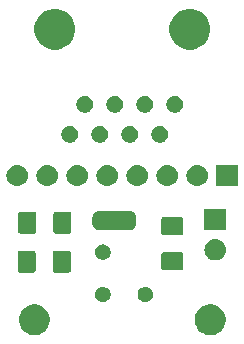
<source format=gbr>
G04 #@! TF.GenerationSoftware,KiCad,Pcbnew,(5.1.4)-1*
G04 #@! TF.CreationDate,2022-11-30T15:04:29+00:00*
G04 #@! TF.ProjectId,PIR_Board,5049525f-426f-4617-9264-2e6b69636164,rev?*
G04 #@! TF.SameCoordinates,Original*
G04 #@! TF.FileFunction,Soldermask,Bot*
G04 #@! TF.FilePolarity,Negative*
%FSLAX46Y46*%
G04 Gerber Fmt 4.6, Leading zero omitted, Abs format (unit mm)*
G04 Created by KiCad (PCBNEW (5.1.4)-1) date 2022-11-30 15:04:29*
%MOMM*%
%LPD*%
G04 APERTURE LIST*
%ADD10C,0.100000*%
G04 APERTURE END LIST*
D10*
G36*
X65339987Y-85903996D02*
G01*
X65576753Y-86002068D01*
X65576755Y-86002069D01*
X65777118Y-86135947D01*
X65789839Y-86144447D01*
X65971053Y-86325661D01*
X66113432Y-86538747D01*
X66211504Y-86775513D01*
X66261500Y-87026861D01*
X66261500Y-87283139D01*
X66211504Y-87534487D01*
X66116953Y-87762753D01*
X66113431Y-87771255D01*
X65971053Y-87984339D01*
X65789839Y-88165553D01*
X65576755Y-88307931D01*
X65576754Y-88307932D01*
X65576753Y-88307932D01*
X65339987Y-88406004D01*
X65088639Y-88456000D01*
X64832361Y-88456000D01*
X64581013Y-88406004D01*
X64344247Y-88307932D01*
X64344246Y-88307932D01*
X64344245Y-88307931D01*
X64131161Y-88165553D01*
X63949947Y-87984339D01*
X63807569Y-87771255D01*
X63804047Y-87762753D01*
X63709496Y-87534487D01*
X63659500Y-87283139D01*
X63659500Y-87026861D01*
X63709496Y-86775513D01*
X63807568Y-86538747D01*
X63949947Y-86325661D01*
X64131161Y-86144447D01*
X64143882Y-86135947D01*
X64344245Y-86002069D01*
X64344247Y-86002068D01*
X64581013Y-85903996D01*
X64832361Y-85854000D01*
X65088639Y-85854000D01*
X65339987Y-85903996D01*
X65339987Y-85903996D01*
G37*
G36*
X80228987Y-85895496D02*
G01*
X80465753Y-85993568D01*
X80465755Y-85993569D01*
X80678839Y-86135947D01*
X80860053Y-86317161D01*
X80865733Y-86325661D01*
X81002432Y-86530247D01*
X81100504Y-86767013D01*
X81150500Y-87018361D01*
X81150500Y-87274639D01*
X81100504Y-87525987D01*
X81002432Y-87762753D01*
X81002431Y-87762755D01*
X80860053Y-87975839D01*
X80678839Y-88157053D01*
X80465755Y-88299431D01*
X80465754Y-88299432D01*
X80465753Y-88299432D01*
X80228987Y-88397504D01*
X79977639Y-88447500D01*
X79721361Y-88447500D01*
X79470013Y-88397504D01*
X79233247Y-88299432D01*
X79233246Y-88299432D01*
X79233245Y-88299431D01*
X79020161Y-88157053D01*
X78838947Y-87975839D01*
X78696569Y-87762755D01*
X78696568Y-87762753D01*
X78598496Y-87525987D01*
X78548500Y-87274639D01*
X78548500Y-87018361D01*
X78598496Y-86767013D01*
X78696568Y-86530247D01*
X78833268Y-86325661D01*
X78838947Y-86317161D01*
X79020161Y-86135947D01*
X79233245Y-85993569D01*
X79233247Y-85993568D01*
X79470013Y-85895496D01*
X79721361Y-85845500D01*
X79977639Y-85845500D01*
X80228987Y-85895496D01*
X80228987Y-85895496D01*
G37*
G36*
X74538890Y-84373017D02*
G01*
X74657364Y-84422091D01*
X74763988Y-84493335D01*
X74854665Y-84584012D01*
X74925909Y-84690636D01*
X74974983Y-84809110D01*
X75000000Y-84934882D01*
X75000000Y-85063118D01*
X74974983Y-85188890D01*
X74925909Y-85307364D01*
X74854665Y-85413988D01*
X74763988Y-85504665D01*
X74657364Y-85575909D01*
X74657363Y-85575910D01*
X74657362Y-85575910D01*
X74538890Y-85624983D01*
X74413119Y-85650000D01*
X74284881Y-85650000D01*
X74159110Y-85624983D01*
X74040638Y-85575910D01*
X74040637Y-85575910D01*
X74040636Y-85575909D01*
X73934012Y-85504665D01*
X73843335Y-85413988D01*
X73772091Y-85307364D01*
X73723017Y-85188890D01*
X73698000Y-85063118D01*
X73698000Y-84934882D01*
X73723017Y-84809110D01*
X73772091Y-84690636D01*
X73843335Y-84584012D01*
X73934012Y-84493335D01*
X74040636Y-84422091D01*
X74159110Y-84373017D01*
X74284881Y-84348000D01*
X74413119Y-84348000D01*
X74538890Y-84373017D01*
X74538890Y-84373017D01*
G37*
G36*
X70946890Y-84373017D02*
G01*
X71065364Y-84422091D01*
X71171988Y-84493335D01*
X71262665Y-84584012D01*
X71333909Y-84690636D01*
X71382983Y-84809110D01*
X71408000Y-84934882D01*
X71408000Y-85063118D01*
X71382983Y-85188890D01*
X71333909Y-85307364D01*
X71262665Y-85413988D01*
X71171988Y-85504665D01*
X71065364Y-85575909D01*
X71065363Y-85575910D01*
X71065362Y-85575910D01*
X70946890Y-85624983D01*
X70821119Y-85650000D01*
X70692881Y-85650000D01*
X70567110Y-85624983D01*
X70448638Y-85575910D01*
X70448637Y-85575910D01*
X70448636Y-85575909D01*
X70342012Y-85504665D01*
X70251335Y-85413988D01*
X70180091Y-85307364D01*
X70131017Y-85188890D01*
X70106000Y-85063118D01*
X70106000Y-84934882D01*
X70131017Y-84809110D01*
X70180091Y-84690636D01*
X70251335Y-84584012D01*
X70342012Y-84493335D01*
X70448636Y-84422091D01*
X70567110Y-84373017D01*
X70692881Y-84348000D01*
X70821119Y-84348000D01*
X70946890Y-84373017D01*
X70946890Y-84373017D01*
G37*
G36*
X64911562Y-81310681D02*
G01*
X64946481Y-81321274D01*
X64978663Y-81338476D01*
X65006873Y-81361627D01*
X65030024Y-81389837D01*
X65047226Y-81422019D01*
X65057819Y-81456938D01*
X65062000Y-81499395D01*
X65062000Y-82965605D01*
X65057819Y-83008062D01*
X65047226Y-83042981D01*
X65030024Y-83075163D01*
X65006873Y-83103373D01*
X64978663Y-83126524D01*
X64946481Y-83143726D01*
X64911562Y-83154319D01*
X64869105Y-83158500D01*
X63727895Y-83158500D01*
X63685438Y-83154319D01*
X63650519Y-83143726D01*
X63618337Y-83126524D01*
X63590127Y-83103373D01*
X63566976Y-83075163D01*
X63549774Y-83042981D01*
X63539181Y-83008062D01*
X63535000Y-82965605D01*
X63535000Y-81499395D01*
X63539181Y-81456938D01*
X63549774Y-81422019D01*
X63566976Y-81389837D01*
X63590127Y-81361627D01*
X63618337Y-81338476D01*
X63650519Y-81321274D01*
X63685438Y-81310681D01*
X63727895Y-81306500D01*
X64869105Y-81306500D01*
X64911562Y-81310681D01*
X64911562Y-81310681D01*
G37*
G36*
X67886562Y-81310681D02*
G01*
X67921481Y-81321274D01*
X67953663Y-81338476D01*
X67981873Y-81361627D01*
X68005024Y-81389837D01*
X68022226Y-81422019D01*
X68032819Y-81456938D01*
X68037000Y-81499395D01*
X68037000Y-82965605D01*
X68032819Y-83008062D01*
X68022226Y-83042981D01*
X68005024Y-83075163D01*
X67981873Y-83103373D01*
X67953663Y-83126524D01*
X67921481Y-83143726D01*
X67886562Y-83154319D01*
X67844105Y-83158500D01*
X66702895Y-83158500D01*
X66660438Y-83154319D01*
X66625519Y-83143726D01*
X66593337Y-83126524D01*
X66565127Y-83103373D01*
X66541976Y-83075163D01*
X66524774Y-83042981D01*
X66514181Y-83008062D01*
X66510000Y-82965605D01*
X66510000Y-81499395D01*
X66514181Y-81456938D01*
X66524774Y-81422019D01*
X66541976Y-81389837D01*
X66565127Y-81361627D01*
X66593337Y-81338476D01*
X66625519Y-81321274D01*
X66660438Y-81310681D01*
X66702895Y-81306500D01*
X67844105Y-81306500D01*
X67886562Y-81310681D01*
X67886562Y-81310681D01*
G37*
G36*
X77420062Y-81436681D02*
G01*
X77454981Y-81447274D01*
X77487163Y-81464476D01*
X77515373Y-81487627D01*
X77538524Y-81515837D01*
X77555726Y-81548019D01*
X77566319Y-81582938D01*
X77570500Y-81625395D01*
X77570500Y-82766605D01*
X77566319Y-82809062D01*
X77555726Y-82843981D01*
X77538524Y-82876163D01*
X77515373Y-82904373D01*
X77487163Y-82927524D01*
X77454981Y-82944726D01*
X77420062Y-82955319D01*
X77377605Y-82959500D01*
X75911395Y-82959500D01*
X75868938Y-82955319D01*
X75834019Y-82944726D01*
X75801837Y-82927524D01*
X75773627Y-82904373D01*
X75750476Y-82876163D01*
X75733274Y-82843981D01*
X75722681Y-82809062D01*
X75718500Y-82766605D01*
X75718500Y-81625395D01*
X75722681Y-81582938D01*
X75733274Y-81548019D01*
X75750476Y-81515837D01*
X75773627Y-81487627D01*
X75801837Y-81464476D01*
X75834019Y-81447274D01*
X75868938Y-81436681D01*
X75911395Y-81432500D01*
X77377605Y-81432500D01*
X77420062Y-81436681D01*
X77420062Y-81436681D01*
G37*
G36*
X80374442Y-80322018D02*
G01*
X80440627Y-80328537D01*
X80610466Y-80380057D01*
X80766991Y-80463722D01*
X80802729Y-80493052D01*
X80904186Y-80576314D01*
X80987448Y-80677771D01*
X81016778Y-80713509D01*
X81100443Y-80870034D01*
X81151963Y-81039873D01*
X81169359Y-81216500D01*
X81151963Y-81393127D01*
X81100443Y-81562966D01*
X81016778Y-81719491D01*
X80987448Y-81755229D01*
X80904186Y-81856686D01*
X80835974Y-81912665D01*
X80766991Y-81969278D01*
X80610466Y-82052943D01*
X80440627Y-82104463D01*
X80374442Y-82110982D01*
X80308260Y-82117500D01*
X80219740Y-82117500D01*
X80153558Y-82110982D01*
X80087373Y-82104463D01*
X79917534Y-82052943D01*
X79761009Y-81969278D01*
X79692026Y-81912665D01*
X79623814Y-81856686D01*
X79540552Y-81755229D01*
X79511222Y-81719491D01*
X79427557Y-81562966D01*
X79376037Y-81393127D01*
X79358641Y-81216500D01*
X79376037Y-81039873D01*
X79427557Y-80870034D01*
X79511222Y-80713509D01*
X79540552Y-80677771D01*
X79623814Y-80576314D01*
X79725271Y-80493052D01*
X79761009Y-80463722D01*
X79917534Y-80380057D01*
X80087373Y-80328537D01*
X80153558Y-80322018D01*
X80219740Y-80315500D01*
X80308260Y-80315500D01*
X80374442Y-80322018D01*
X80374442Y-80322018D01*
G37*
G36*
X70946890Y-80781017D02*
G01*
X71065364Y-80830091D01*
X71125140Y-80870032D01*
X71171988Y-80901335D01*
X71262665Y-80992012D01*
X71333910Y-81098638D01*
X71382983Y-81217110D01*
X71408000Y-81342881D01*
X71408000Y-81471119D01*
X71382983Y-81596890D01*
X71340110Y-81700395D01*
X71333909Y-81715364D01*
X71262665Y-81821988D01*
X71171988Y-81912665D01*
X71065364Y-81983909D01*
X71065363Y-81983910D01*
X71065362Y-81983910D01*
X70946890Y-82032983D01*
X70821119Y-82058000D01*
X70692881Y-82058000D01*
X70567110Y-82032983D01*
X70448638Y-81983910D01*
X70448637Y-81983910D01*
X70448636Y-81983909D01*
X70342012Y-81912665D01*
X70251335Y-81821988D01*
X70180091Y-81715364D01*
X70173891Y-81700395D01*
X70131017Y-81596890D01*
X70106000Y-81471119D01*
X70106000Y-81342881D01*
X70131017Y-81217110D01*
X70180090Y-81098638D01*
X70251335Y-80992012D01*
X70342012Y-80901335D01*
X70388860Y-80870032D01*
X70448636Y-80830091D01*
X70567110Y-80781017D01*
X70692881Y-80756000D01*
X70821119Y-80756000D01*
X70946890Y-80781017D01*
X70946890Y-80781017D01*
G37*
G36*
X77420062Y-78461681D02*
G01*
X77454981Y-78472274D01*
X77487163Y-78489476D01*
X77515373Y-78512627D01*
X77538524Y-78540837D01*
X77555726Y-78573019D01*
X77566319Y-78607938D01*
X77570500Y-78650395D01*
X77570500Y-79791605D01*
X77566319Y-79834062D01*
X77555726Y-79868981D01*
X77538524Y-79901163D01*
X77515373Y-79929373D01*
X77487163Y-79952524D01*
X77454981Y-79969726D01*
X77420062Y-79980319D01*
X77377605Y-79984500D01*
X75911395Y-79984500D01*
X75868938Y-79980319D01*
X75834019Y-79969726D01*
X75801837Y-79952524D01*
X75773627Y-79929373D01*
X75750476Y-79901163D01*
X75733274Y-79868981D01*
X75722681Y-79834062D01*
X75718500Y-79791605D01*
X75718500Y-78650395D01*
X75722681Y-78607938D01*
X75733274Y-78573019D01*
X75750476Y-78540837D01*
X75773627Y-78512627D01*
X75801837Y-78489476D01*
X75834019Y-78472274D01*
X75868938Y-78461681D01*
X75911395Y-78457500D01*
X77377605Y-78457500D01*
X77420062Y-78461681D01*
X77420062Y-78461681D01*
G37*
G36*
X67950062Y-78008681D02*
G01*
X67984981Y-78019274D01*
X68017163Y-78036476D01*
X68045373Y-78059627D01*
X68068524Y-78087837D01*
X68085726Y-78120019D01*
X68096319Y-78154938D01*
X68100500Y-78197395D01*
X68100500Y-79663605D01*
X68096319Y-79706062D01*
X68085726Y-79740981D01*
X68068524Y-79773163D01*
X68045373Y-79801373D01*
X68017163Y-79824524D01*
X67984981Y-79841726D01*
X67950062Y-79852319D01*
X67907605Y-79856500D01*
X66766395Y-79856500D01*
X66723938Y-79852319D01*
X66689019Y-79841726D01*
X66656837Y-79824524D01*
X66628627Y-79801373D01*
X66605476Y-79773163D01*
X66588274Y-79740981D01*
X66577681Y-79706062D01*
X66573500Y-79663605D01*
X66573500Y-78197395D01*
X66577681Y-78154938D01*
X66588274Y-78120019D01*
X66605476Y-78087837D01*
X66628627Y-78059627D01*
X66656837Y-78036476D01*
X66689019Y-78019274D01*
X66723938Y-78008681D01*
X66766395Y-78004500D01*
X67907605Y-78004500D01*
X67950062Y-78008681D01*
X67950062Y-78008681D01*
G37*
G36*
X64975062Y-78008681D02*
G01*
X65009981Y-78019274D01*
X65042163Y-78036476D01*
X65070373Y-78059627D01*
X65093524Y-78087837D01*
X65110726Y-78120019D01*
X65121319Y-78154938D01*
X65125500Y-78197395D01*
X65125500Y-79663605D01*
X65121319Y-79706062D01*
X65110726Y-79740981D01*
X65093524Y-79773163D01*
X65070373Y-79801373D01*
X65042163Y-79824524D01*
X65009981Y-79841726D01*
X64975062Y-79852319D01*
X64932605Y-79856500D01*
X63791395Y-79856500D01*
X63748938Y-79852319D01*
X63714019Y-79841726D01*
X63681837Y-79824524D01*
X63653627Y-79801373D01*
X63630476Y-79773163D01*
X63613274Y-79740981D01*
X63602681Y-79706062D01*
X63598500Y-79663605D01*
X63598500Y-78197395D01*
X63602681Y-78154938D01*
X63613274Y-78120019D01*
X63630476Y-78087837D01*
X63653627Y-78059627D01*
X63681837Y-78036476D01*
X63714019Y-78019274D01*
X63748938Y-78008681D01*
X63791395Y-78004500D01*
X64932605Y-78004500D01*
X64975062Y-78008681D01*
X64975062Y-78008681D01*
G37*
G36*
X81165000Y-79577500D02*
G01*
X79363000Y-79577500D01*
X79363000Y-77775500D01*
X81165000Y-77775500D01*
X81165000Y-79577500D01*
X81165000Y-79577500D01*
G37*
G36*
X70984999Y-77939737D02*
G01*
X70999528Y-77944145D01*
X71012711Y-77949606D01*
X71036745Y-77954388D01*
X71061249Y-77954389D01*
X71085282Y-77949609D01*
X71107921Y-77940232D01*
X71109765Y-77939000D01*
X72341050Y-77939000D01*
X72353164Y-77945475D01*
X72376613Y-77952588D01*
X72400999Y-77954990D01*
X72425385Y-77952588D01*
X72448834Y-77945475D01*
X72453746Y-77943152D01*
X72465001Y-77939737D01*
X72481140Y-77938148D01*
X73018861Y-77938148D01*
X73037199Y-77939954D01*
X73049450Y-77940556D01*
X73067869Y-77940556D01*
X73090149Y-77942750D01*
X73174233Y-77959476D01*
X73195660Y-77965976D01*
X73274858Y-77998780D01*
X73280303Y-78001691D01*
X73280309Y-78001693D01*
X73289169Y-78006429D01*
X73289173Y-78006432D01*
X73294614Y-78009340D01*
X73365899Y-78056971D01*
X73383204Y-78071172D01*
X73443828Y-78131796D01*
X73458029Y-78149101D01*
X73505660Y-78220386D01*
X73508568Y-78225827D01*
X73508571Y-78225831D01*
X73513307Y-78234691D01*
X73513309Y-78234697D01*
X73516220Y-78240142D01*
X73549024Y-78319340D01*
X73555524Y-78340767D01*
X73572250Y-78424851D01*
X73574444Y-78447131D01*
X73574444Y-78465550D01*
X73575046Y-78477801D01*
X73576852Y-78496139D01*
X73576852Y-78983862D01*
X73575046Y-79002199D01*
X73574444Y-79014450D01*
X73574444Y-79032869D01*
X73572250Y-79055149D01*
X73555524Y-79139233D01*
X73549024Y-79160660D01*
X73516220Y-79239858D01*
X73513309Y-79245303D01*
X73513307Y-79245309D01*
X73508571Y-79254169D01*
X73508568Y-79254173D01*
X73505660Y-79259614D01*
X73458029Y-79330899D01*
X73443828Y-79348204D01*
X73383204Y-79408828D01*
X73365899Y-79423029D01*
X73294614Y-79470660D01*
X73289173Y-79473568D01*
X73289169Y-79473571D01*
X73280309Y-79478307D01*
X73280303Y-79478309D01*
X73274858Y-79481220D01*
X73195660Y-79514024D01*
X73174233Y-79520524D01*
X73090149Y-79537250D01*
X73067869Y-79539444D01*
X73049450Y-79539444D01*
X73037199Y-79540046D01*
X73018862Y-79541852D01*
X72481140Y-79541852D01*
X72465001Y-79540263D01*
X72450472Y-79535855D01*
X72437289Y-79530394D01*
X72413255Y-79525612D01*
X72388751Y-79525611D01*
X72364718Y-79530391D01*
X72342079Y-79539768D01*
X72340235Y-79541000D01*
X71108950Y-79541000D01*
X71096836Y-79534525D01*
X71073387Y-79527412D01*
X71049001Y-79525010D01*
X71024615Y-79527412D01*
X71001166Y-79534525D01*
X70996254Y-79536848D01*
X70984999Y-79540263D01*
X70968860Y-79541852D01*
X70431138Y-79541852D01*
X70412801Y-79540046D01*
X70400550Y-79539444D01*
X70382131Y-79539444D01*
X70359851Y-79537250D01*
X70275767Y-79520524D01*
X70254340Y-79514024D01*
X70175142Y-79481220D01*
X70169697Y-79478309D01*
X70169691Y-79478307D01*
X70160831Y-79473571D01*
X70160827Y-79473568D01*
X70155386Y-79470660D01*
X70084101Y-79423029D01*
X70066796Y-79408828D01*
X70006172Y-79348204D01*
X69991971Y-79330899D01*
X69944340Y-79259614D01*
X69941432Y-79254173D01*
X69941429Y-79254169D01*
X69936693Y-79245309D01*
X69936691Y-79245303D01*
X69933780Y-79239858D01*
X69900976Y-79160660D01*
X69894476Y-79139233D01*
X69877750Y-79055149D01*
X69875556Y-79032869D01*
X69875556Y-79014450D01*
X69874954Y-79002199D01*
X69873148Y-78983862D01*
X69873148Y-78496139D01*
X69874954Y-78477801D01*
X69875556Y-78465550D01*
X69875556Y-78447131D01*
X69877750Y-78424851D01*
X69894476Y-78340767D01*
X69900976Y-78319340D01*
X69933780Y-78240142D01*
X69936691Y-78234697D01*
X69936693Y-78234691D01*
X69941429Y-78225831D01*
X69941432Y-78225827D01*
X69944340Y-78220386D01*
X69991971Y-78149101D01*
X70006172Y-78131796D01*
X70066796Y-78071172D01*
X70084101Y-78056971D01*
X70155386Y-78009340D01*
X70160827Y-78006432D01*
X70160831Y-78006429D01*
X70169691Y-78001693D01*
X70169697Y-78001691D01*
X70175142Y-77998780D01*
X70254340Y-77965976D01*
X70275767Y-77959476D01*
X70359851Y-77942750D01*
X70382131Y-77940556D01*
X70400550Y-77940556D01*
X70412801Y-77939954D01*
X70431139Y-77938148D01*
X70968860Y-77938148D01*
X70984999Y-77939737D01*
X70984999Y-77939737D01*
G37*
G36*
X66150442Y-74035518D02*
G01*
X66216627Y-74042037D01*
X66386466Y-74093557D01*
X66542991Y-74177222D01*
X66578729Y-74206552D01*
X66680186Y-74289814D01*
X66763448Y-74391271D01*
X66792778Y-74427009D01*
X66876443Y-74583534D01*
X66927963Y-74753373D01*
X66945359Y-74930000D01*
X66927963Y-75106627D01*
X66876443Y-75276466D01*
X66792778Y-75432991D01*
X66763448Y-75468729D01*
X66680186Y-75570186D01*
X66578729Y-75653448D01*
X66542991Y-75682778D01*
X66386466Y-75766443D01*
X66216627Y-75817963D01*
X66150442Y-75824482D01*
X66084260Y-75831000D01*
X65995740Y-75831000D01*
X65929558Y-75824482D01*
X65863373Y-75817963D01*
X65693534Y-75766443D01*
X65537009Y-75682778D01*
X65501271Y-75653448D01*
X65399814Y-75570186D01*
X65316552Y-75468729D01*
X65287222Y-75432991D01*
X65203557Y-75276466D01*
X65152037Y-75106627D01*
X65134641Y-74930000D01*
X65152037Y-74753373D01*
X65203557Y-74583534D01*
X65287222Y-74427009D01*
X65316552Y-74391271D01*
X65399814Y-74289814D01*
X65501271Y-74206552D01*
X65537009Y-74177222D01*
X65693534Y-74093557D01*
X65863373Y-74042037D01*
X65929558Y-74035518D01*
X65995740Y-74029000D01*
X66084260Y-74029000D01*
X66150442Y-74035518D01*
X66150442Y-74035518D01*
G37*
G36*
X82181000Y-75831000D02*
G01*
X80379000Y-75831000D01*
X80379000Y-74029000D01*
X82181000Y-74029000D01*
X82181000Y-75831000D01*
X82181000Y-75831000D01*
G37*
G36*
X78850442Y-74035518D02*
G01*
X78916627Y-74042037D01*
X79086466Y-74093557D01*
X79242991Y-74177222D01*
X79278729Y-74206552D01*
X79380186Y-74289814D01*
X79463448Y-74391271D01*
X79492778Y-74427009D01*
X79576443Y-74583534D01*
X79627963Y-74753373D01*
X79645359Y-74930000D01*
X79627963Y-75106627D01*
X79576443Y-75276466D01*
X79492778Y-75432991D01*
X79463448Y-75468729D01*
X79380186Y-75570186D01*
X79278729Y-75653448D01*
X79242991Y-75682778D01*
X79086466Y-75766443D01*
X78916627Y-75817963D01*
X78850442Y-75824482D01*
X78784260Y-75831000D01*
X78695740Y-75831000D01*
X78629558Y-75824482D01*
X78563373Y-75817963D01*
X78393534Y-75766443D01*
X78237009Y-75682778D01*
X78201271Y-75653448D01*
X78099814Y-75570186D01*
X78016552Y-75468729D01*
X77987222Y-75432991D01*
X77903557Y-75276466D01*
X77852037Y-75106627D01*
X77834641Y-74930000D01*
X77852037Y-74753373D01*
X77903557Y-74583534D01*
X77987222Y-74427009D01*
X78016552Y-74391271D01*
X78099814Y-74289814D01*
X78201271Y-74206552D01*
X78237009Y-74177222D01*
X78393534Y-74093557D01*
X78563373Y-74042037D01*
X78629558Y-74035518D01*
X78695740Y-74029000D01*
X78784260Y-74029000D01*
X78850442Y-74035518D01*
X78850442Y-74035518D01*
G37*
G36*
X76310442Y-74035518D02*
G01*
X76376627Y-74042037D01*
X76546466Y-74093557D01*
X76702991Y-74177222D01*
X76738729Y-74206552D01*
X76840186Y-74289814D01*
X76923448Y-74391271D01*
X76952778Y-74427009D01*
X77036443Y-74583534D01*
X77087963Y-74753373D01*
X77105359Y-74930000D01*
X77087963Y-75106627D01*
X77036443Y-75276466D01*
X76952778Y-75432991D01*
X76923448Y-75468729D01*
X76840186Y-75570186D01*
X76738729Y-75653448D01*
X76702991Y-75682778D01*
X76546466Y-75766443D01*
X76376627Y-75817963D01*
X76310442Y-75824482D01*
X76244260Y-75831000D01*
X76155740Y-75831000D01*
X76089558Y-75824482D01*
X76023373Y-75817963D01*
X75853534Y-75766443D01*
X75697009Y-75682778D01*
X75661271Y-75653448D01*
X75559814Y-75570186D01*
X75476552Y-75468729D01*
X75447222Y-75432991D01*
X75363557Y-75276466D01*
X75312037Y-75106627D01*
X75294641Y-74930000D01*
X75312037Y-74753373D01*
X75363557Y-74583534D01*
X75447222Y-74427009D01*
X75476552Y-74391271D01*
X75559814Y-74289814D01*
X75661271Y-74206552D01*
X75697009Y-74177222D01*
X75853534Y-74093557D01*
X76023373Y-74042037D01*
X76089558Y-74035518D01*
X76155740Y-74029000D01*
X76244260Y-74029000D01*
X76310442Y-74035518D01*
X76310442Y-74035518D01*
G37*
G36*
X73770442Y-74035518D02*
G01*
X73836627Y-74042037D01*
X74006466Y-74093557D01*
X74162991Y-74177222D01*
X74198729Y-74206552D01*
X74300186Y-74289814D01*
X74383448Y-74391271D01*
X74412778Y-74427009D01*
X74496443Y-74583534D01*
X74547963Y-74753373D01*
X74565359Y-74930000D01*
X74547963Y-75106627D01*
X74496443Y-75276466D01*
X74412778Y-75432991D01*
X74383448Y-75468729D01*
X74300186Y-75570186D01*
X74198729Y-75653448D01*
X74162991Y-75682778D01*
X74006466Y-75766443D01*
X73836627Y-75817963D01*
X73770442Y-75824482D01*
X73704260Y-75831000D01*
X73615740Y-75831000D01*
X73549558Y-75824482D01*
X73483373Y-75817963D01*
X73313534Y-75766443D01*
X73157009Y-75682778D01*
X73121271Y-75653448D01*
X73019814Y-75570186D01*
X72936552Y-75468729D01*
X72907222Y-75432991D01*
X72823557Y-75276466D01*
X72772037Y-75106627D01*
X72754641Y-74930000D01*
X72772037Y-74753373D01*
X72823557Y-74583534D01*
X72907222Y-74427009D01*
X72936552Y-74391271D01*
X73019814Y-74289814D01*
X73121271Y-74206552D01*
X73157009Y-74177222D01*
X73313534Y-74093557D01*
X73483373Y-74042037D01*
X73549558Y-74035518D01*
X73615740Y-74029000D01*
X73704260Y-74029000D01*
X73770442Y-74035518D01*
X73770442Y-74035518D01*
G37*
G36*
X71230442Y-74035518D02*
G01*
X71296627Y-74042037D01*
X71466466Y-74093557D01*
X71622991Y-74177222D01*
X71658729Y-74206552D01*
X71760186Y-74289814D01*
X71843448Y-74391271D01*
X71872778Y-74427009D01*
X71956443Y-74583534D01*
X72007963Y-74753373D01*
X72025359Y-74930000D01*
X72007963Y-75106627D01*
X71956443Y-75276466D01*
X71872778Y-75432991D01*
X71843448Y-75468729D01*
X71760186Y-75570186D01*
X71658729Y-75653448D01*
X71622991Y-75682778D01*
X71466466Y-75766443D01*
X71296627Y-75817963D01*
X71230442Y-75824482D01*
X71164260Y-75831000D01*
X71075740Y-75831000D01*
X71009558Y-75824482D01*
X70943373Y-75817963D01*
X70773534Y-75766443D01*
X70617009Y-75682778D01*
X70581271Y-75653448D01*
X70479814Y-75570186D01*
X70396552Y-75468729D01*
X70367222Y-75432991D01*
X70283557Y-75276466D01*
X70232037Y-75106627D01*
X70214641Y-74930000D01*
X70232037Y-74753373D01*
X70283557Y-74583534D01*
X70367222Y-74427009D01*
X70396552Y-74391271D01*
X70479814Y-74289814D01*
X70581271Y-74206552D01*
X70617009Y-74177222D01*
X70773534Y-74093557D01*
X70943373Y-74042037D01*
X71009558Y-74035518D01*
X71075740Y-74029000D01*
X71164260Y-74029000D01*
X71230442Y-74035518D01*
X71230442Y-74035518D01*
G37*
G36*
X68690442Y-74035518D02*
G01*
X68756627Y-74042037D01*
X68926466Y-74093557D01*
X69082991Y-74177222D01*
X69118729Y-74206552D01*
X69220186Y-74289814D01*
X69303448Y-74391271D01*
X69332778Y-74427009D01*
X69416443Y-74583534D01*
X69467963Y-74753373D01*
X69485359Y-74930000D01*
X69467963Y-75106627D01*
X69416443Y-75276466D01*
X69332778Y-75432991D01*
X69303448Y-75468729D01*
X69220186Y-75570186D01*
X69118729Y-75653448D01*
X69082991Y-75682778D01*
X68926466Y-75766443D01*
X68756627Y-75817963D01*
X68690442Y-75824482D01*
X68624260Y-75831000D01*
X68535740Y-75831000D01*
X68469558Y-75824482D01*
X68403373Y-75817963D01*
X68233534Y-75766443D01*
X68077009Y-75682778D01*
X68041271Y-75653448D01*
X67939814Y-75570186D01*
X67856552Y-75468729D01*
X67827222Y-75432991D01*
X67743557Y-75276466D01*
X67692037Y-75106627D01*
X67674641Y-74930000D01*
X67692037Y-74753373D01*
X67743557Y-74583534D01*
X67827222Y-74427009D01*
X67856552Y-74391271D01*
X67939814Y-74289814D01*
X68041271Y-74206552D01*
X68077009Y-74177222D01*
X68233534Y-74093557D01*
X68403373Y-74042037D01*
X68469558Y-74035518D01*
X68535740Y-74029000D01*
X68624260Y-74029000D01*
X68690442Y-74035518D01*
X68690442Y-74035518D01*
G37*
G36*
X63610442Y-74035518D02*
G01*
X63676627Y-74042037D01*
X63846466Y-74093557D01*
X64002991Y-74177222D01*
X64038729Y-74206552D01*
X64140186Y-74289814D01*
X64223448Y-74391271D01*
X64252778Y-74427009D01*
X64336443Y-74583534D01*
X64387963Y-74753373D01*
X64405359Y-74930000D01*
X64387963Y-75106627D01*
X64336443Y-75276466D01*
X64252778Y-75432991D01*
X64223448Y-75468729D01*
X64140186Y-75570186D01*
X64038729Y-75653448D01*
X64002991Y-75682778D01*
X63846466Y-75766443D01*
X63676627Y-75817963D01*
X63610442Y-75824482D01*
X63544260Y-75831000D01*
X63455740Y-75831000D01*
X63389558Y-75824482D01*
X63323373Y-75817963D01*
X63153534Y-75766443D01*
X62997009Y-75682778D01*
X62961271Y-75653448D01*
X62859814Y-75570186D01*
X62776552Y-75468729D01*
X62747222Y-75432991D01*
X62663557Y-75276466D01*
X62612037Y-75106627D01*
X62594641Y-74930000D01*
X62612037Y-74753373D01*
X62663557Y-74583534D01*
X62747222Y-74427009D01*
X62776552Y-74391271D01*
X62859814Y-74289814D01*
X62961271Y-74206552D01*
X62997009Y-74177222D01*
X63153534Y-74093557D01*
X63323373Y-74042037D01*
X63389558Y-74035518D01*
X63455740Y-74029000D01*
X63544260Y-74029000D01*
X63610442Y-74035518D01*
X63610442Y-74035518D01*
G37*
G36*
X75784911Y-70761996D02*
G01*
X75912760Y-70814953D01*
X76027815Y-70891830D01*
X76125670Y-70989685D01*
X76202547Y-71104740D01*
X76255504Y-71232589D01*
X76282500Y-71368308D01*
X76282500Y-71506692D01*
X76255504Y-71642411D01*
X76202547Y-71770260D01*
X76125670Y-71885315D01*
X76027815Y-71983170D01*
X75912760Y-72060047D01*
X75784911Y-72113004D01*
X75649192Y-72140000D01*
X75510808Y-72140000D01*
X75375089Y-72113004D01*
X75247240Y-72060047D01*
X75132185Y-71983170D01*
X75034330Y-71885315D01*
X74957453Y-71770260D01*
X74904496Y-71642411D01*
X74877500Y-71506692D01*
X74877500Y-71368308D01*
X74904496Y-71232589D01*
X74957453Y-71104740D01*
X75034330Y-70989685D01*
X75132185Y-70891830D01*
X75247240Y-70814953D01*
X75375089Y-70761996D01*
X75510808Y-70735000D01*
X75649192Y-70735000D01*
X75784911Y-70761996D01*
X75784911Y-70761996D01*
G37*
G36*
X73244911Y-70761996D02*
G01*
X73372760Y-70814953D01*
X73487815Y-70891830D01*
X73585670Y-70989685D01*
X73662547Y-71104740D01*
X73715504Y-71232589D01*
X73742500Y-71368308D01*
X73742500Y-71506692D01*
X73715504Y-71642411D01*
X73662547Y-71770260D01*
X73585670Y-71885315D01*
X73487815Y-71983170D01*
X73372760Y-72060047D01*
X73244911Y-72113004D01*
X73109192Y-72140000D01*
X72970808Y-72140000D01*
X72835089Y-72113004D01*
X72707240Y-72060047D01*
X72592185Y-71983170D01*
X72494330Y-71885315D01*
X72417453Y-71770260D01*
X72364496Y-71642411D01*
X72337500Y-71506692D01*
X72337500Y-71368308D01*
X72364496Y-71232589D01*
X72417453Y-71104740D01*
X72494330Y-70989685D01*
X72592185Y-70891830D01*
X72707240Y-70814953D01*
X72835089Y-70761996D01*
X72970808Y-70735000D01*
X73109192Y-70735000D01*
X73244911Y-70761996D01*
X73244911Y-70761996D01*
G37*
G36*
X70704911Y-70761996D02*
G01*
X70832760Y-70814953D01*
X70947815Y-70891830D01*
X71045670Y-70989685D01*
X71122547Y-71104740D01*
X71175504Y-71232589D01*
X71202500Y-71368308D01*
X71202500Y-71506692D01*
X71175504Y-71642411D01*
X71122547Y-71770260D01*
X71045670Y-71885315D01*
X70947815Y-71983170D01*
X70832760Y-72060047D01*
X70704911Y-72113004D01*
X70569192Y-72140000D01*
X70430808Y-72140000D01*
X70295089Y-72113004D01*
X70167240Y-72060047D01*
X70052185Y-71983170D01*
X69954330Y-71885315D01*
X69877453Y-71770260D01*
X69824496Y-71642411D01*
X69797500Y-71506692D01*
X69797500Y-71368308D01*
X69824496Y-71232589D01*
X69877453Y-71104740D01*
X69954330Y-70989685D01*
X70052185Y-70891830D01*
X70167240Y-70814953D01*
X70295089Y-70761996D01*
X70430808Y-70735000D01*
X70569192Y-70735000D01*
X70704911Y-70761996D01*
X70704911Y-70761996D01*
G37*
G36*
X68164911Y-70761996D02*
G01*
X68292760Y-70814953D01*
X68407815Y-70891830D01*
X68505670Y-70989685D01*
X68582547Y-71104740D01*
X68635504Y-71232589D01*
X68662500Y-71368308D01*
X68662500Y-71506692D01*
X68635504Y-71642411D01*
X68582547Y-71770260D01*
X68505670Y-71885315D01*
X68407815Y-71983170D01*
X68292760Y-72060047D01*
X68164911Y-72113004D01*
X68029192Y-72140000D01*
X67890808Y-72140000D01*
X67755089Y-72113004D01*
X67627240Y-72060047D01*
X67512185Y-71983170D01*
X67414330Y-71885315D01*
X67337453Y-71770260D01*
X67284496Y-71642411D01*
X67257500Y-71506692D01*
X67257500Y-71368308D01*
X67284496Y-71232589D01*
X67337453Y-71104740D01*
X67414330Y-70989685D01*
X67512185Y-70891830D01*
X67627240Y-70814953D01*
X67755089Y-70761996D01*
X67890808Y-70735000D01*
X68029192Y-70735000D01*
X68164911Y-70761996D01*
X68164911Y-70761996D01*
G37*
G36*
X74514911Y-68221996D02*
G01*
X74642760Y-68274953D01*
X74757815Y-68351830D01*
X74855670Y-68449685D01*
X74932547Y-68564740D01*
X74985504Y-68692589D01*
X75012500Y-68828308D01*
X75012500Y-68966692D01*
X74985504Y-69102411D01*
X74932547Y-69230260D01*
X74855670Y-69345315D01*
X74757815Y-69443170D01*
X74642760Y-69520047D01*
X74514911Y-69573004D01*
X74379192Y-69600000D01*
X74240808Y-69600000D01*
X74105089Y-69573004D01*
X73977240Y-69520047D01*
X73862185Y-69443170D01*
X73764330Y-69345315D01*
X73687453Y-69230260D01*
X73634496Y-69102411D01*
X73607500Y-68966692D01*
X73607500Y-68828308D01*
X73634496Y-68692589D01*
X73687453Y-68564740D01*
X73764330Y-68449685D01*
X73862185Y-68351830D01*
X73977240Y-68274953D01*
X74105089Y-68221996D01*
X74240808Y-68195000D01*
X74379192Y-68195000D01*
X74514911Y-68221996D01*
X74514911Y-68221996D01*
G37*
G36*
X77054911Y-68221996D02*
G01*
X77182760Y-68274953D01*
X77297815Y-68351830D01*
X77395670Y-68449685D01*
X77472547Y-68564740D01*
X77525504Y-68692589D01*
X77552500Y-68828308D01*
X77552500Y-68966692D01*
X77525504Y-69102411D01*
X77472547Y-69230260D01*
X77395670Y-69345315D01*
X77297815Y-69443170D01*
X77182760Y-69520047D01*
X77054911Y-69573004D01*
X76919192Y-69600000D01*
X76780808Y-69600000D01*
X76645089Y-69573004D01*
X76517240Y-69520047D01*
X76402185Y-69443170D01*
X76304330Y-69345315D01*
X76227453Y-69230260D01*
X76174496Y-69102411D01*
X76147500Y-68966692D01*
X76147500Y-68828308D01*
X76174496Y-68692589D01*
X76227453Y-68564740D01*
X76304330Y-68449685D01*
X76402185Y-68351830D01*
X76517240Y-68274953D01*
X76645089Y-68221996D01*
X76780808Y-68195000D01*
X76919192Y-68195000D01*
X77054911Y-68221996D01*
X77054911Y-68221996D01*
G37*
G36*
X71974911Y-68221996D02*
G01*
X72102760Y-68274953D01*
X72217815Y-68351830D01*
X72315670Y-68449685D01*
X72392547Y-68564740D01*
X72445504Y-68692589D01*
X72472500Y-68828308D01*
X72472500Y-68966692D01*
X72445504Y-69102411D01*
X72392547Y-69230260D01*
X72315670Y-69345315D01*
X72217815Y-69443170D01*
X72102760Y-69520047D01*
X71974911Y-69573004D01*
X71839192Y-69600000D01*
X71700808Y-69600000D01*
X71565089Y-69573004D01*
X71437240Y-69520047D01*
X71322185Y-69443170D01*
X71224330Y-69345315D01*
X71147453Y-69230260D01*
X71094496Y-69102411D01*
X71067500Y-68966692D01*
X71067500Y-68828308D01*
X71094496Y-68692589D01*
X71147453Y-68564740D01*
X71224330Y-68449685D01*
X71322185Y-68351830D01*
X71437240Y-68274953D01*
X71565089Y-68221996D01*
X71700808Y-68195000D01*
X71839192Y-68195000D01*
X71974911Y-68221996D01*
X71974911Y-68221996D01*
G37*
G36*
X69434911Y-68221996D02*
G01*
X69562760Y-68274953D01*
X69677815Y-68351830D01*
X69775670Y-68449685D01*
X69852547Y-68564740D01*
X69905504Y-68692589D01*
X69932500Y-68828308D01*
X69932500Y-68966692D01*
X69905504Y-69102411D01*
X69852547Y-69230260D01*
X69775670Y-69345315D01*
X69677815Y-69443170D01*
X69562760Y-69520047D01*
X69434911Y-69573004D01*
X69299192Y-69600000D01*
X69160808Y-69600000D01*
X69025089Y-69573004D01*
X68897240Y-69520047D01*
X68782185Y-69443170D01*
X68684330Y-69345315D01*
X68607453Y-69230260D01*
X68554496Y-69102411D01*
X68527500Y-68966692D01*
X68527500Y-68828308D01*
X68554496Y-68692589D01*
X68607453Y-68564740D01*
X68684330Y-68449685D01*
X68782185Y-68351830D01*
X68897240Y-68274953D01*
X69025089Y-68221996D01*
X69160808Y-68195000D01*
X69299192Y-68195000D01*
X69434911Y-68221996D01*
X69434911Y-68221996D01*
G37*
G36*
X67192454Y-60887829D02*
G01*
X67506566Y-61017938D01*
X67789260Y-61206828D01*
X68029672Y-61447240D01*
X68218562Y-61729934D01*
X68348671Y-62044046D01*
X68415000Y-62377503D01*
X68415000Y-62717497D01*
X68348671Y-63050954D01*
X68218562Y-63365066D01*
X68029672Y-63647760D01*
X67789260Y-63888172D01*
X67506566Y-64077062D01*
X67192454Y-64207171D01*
X66858997Y-64273500D01*
X66519003Y-64273500D01*
X66185546Y-64207171D01*
X65871434Y-64077062D01*
X65588740Y-63888172D01*
X65348328Y-63647760D01*
X65159438Y-63365066D01*
X65029329Y-63050954D01*
X64963000Y-62717497D01*
X64963000Y-62377503D01*
X65029329Y-62044046D01*
X65159438Y-61729934D01*
X65348328Y-61447240D01*
X65588740Y-61206828D01*
X65871434Y-61017938D01*
X66185546Y-60887829D01*
X66519003Y-60821500D01*
X66858997Y-60821500D01*
X67192454Y-60887829D01*
X67192454Y-60887829D01*
G37*
G36*
X78624454Y-60887829D02*
G01*
X78938566Y-61017938D01*
X79221260Y-61206828D01*
X79461672Y-61447240D01*
X79650562Y-61729934D01*
X79780671Y-62044046D01*
X79847000Y-62377503D01*
X79847000Y-62717497D01*
X79780671Y-63050954D01*
X79650562Y-63365066D01*
X79461672Y-63647760D01*
X79221260Y-63888172D01*
X78938566Y-64077062D01*
X78624454Y-64207171D01*
X78290997Y-64273500D01*
X77951003Y-64273500D01*
X77617546Y-64207171D01*
X77303434Y-64077062D01*
X77020740Y-63888172D01*
X76780328Y-63647760D01*
X76591438Y-63365066D01*
X76461329Y-63050954D01*
X76395000Y-62717497D01*
X76395000Y-62377503D01*
X76461329Y-62044046D01*
X76591438Y-61729934D01*
X76780328Y-61447240D01*
X77020740Y-61206828D01*
X77303434Y-61017938D01*
X77617546Y-60887829D01*
X77951003Y-60821500D01*
X78290997Y-60821500D01*
X78624454Y-60887829D01*
X78624454Y-60887829D01*
G37*
M02*

</source>
